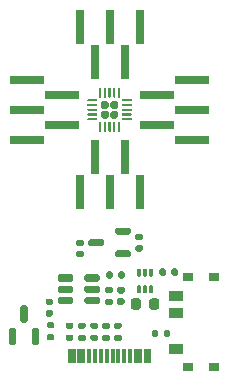
<source format=gtp>
G04 #@! TF.GenerationSoftware,KiCad,Pcbnew,8.0.9-8.0.9-0~ubuntu20.04.1*
G04 #@! TF.CreationDate,2025-06-13T22:30:39+01:00*
G04 #@! TF.ProjectId,ch32-breakout,63683332-2d62-4726-9561-6b6f75742e6b,rev?*
G04 #@! TF.SameCoordinates,Original*
G04 #@! TF.FileFunction,Paste,Top*
G04 #@! TF.FilePolarity,Positive*
%FSLAX46Y46*%
G04 Gerber Fmt 4.6, Leading zero omitted, Abs format (unit mm)*
G04 Created by KiCad (PCBNEW 8.0.9-8.0.9-0~ubuntu20.04.1) date 2025-06-13 22:30:39*
%MOMM*%
%LPD*%
G01*
G04 APERTURE LIST*
%ADD10R,3.000000X0.650000*%
%ADD11R,0.650000X3.000000*%
%ADD12R,1.200000X0.900000*%
%ADD13R,0.900000X0.800000*%
%ADD14R,0.300000X1.150000*%
G04 APERTURE END LIST*
D10*
X82000000Y-66960000D03*
X85000000Y-68230000D03*
X82000000Y-69500000D03*
X85000000Y-70770000D03*
X82000000Y-72040000D03*
G36*
G01*
X89515000Y-87520000D02*
X89885000Y-87520000D01*
G75*
G02*
X90020000Y-87655000I0J-135000D01*
G01*
X90020000Y-87925000D01*
G75*
G02*
X89885000Y-88060000I-135000J0D01*
G01*
X89515000Y-88060000D01*
G75*
G02*
X89380000Y-87925000I0J135000D01*
G01*
X89380000Y-87655000D01*
G75*
G02*
X89515000Y-87520000I135000J0D01*
G01*
G37*
G36*
G01*
X89515000Y-88540000D02*
X89885000Y-88540000D01*
G75*
G02*
X90020000Y-88675000I0J-135000D01*
G01*
X90020000Y-88945000D01*
G75*
G02*
X89885000Y-89080000I-135000J0D01*
G01*
X89515000Y-89080000D01*
G75*
G02*
X89380000Y-88945000I0J135000D01*
G01*
X89380000Y-88675000D01*
G75*
G02*
X89515000Y-88540000I135000J0D01*
G01*
G37*
G36*
G01*
X91670000Y-81510000D02*
X91330000Y-81510000D01*
G75*
G02*
X91190000Y-81370000I0J140000D01*
G01*
X91190000Y-81090000D01*
G75*
G02*
X91330000Y-80950000I140000J0D01*
G01*
X91670000Y-80950000D01*
G75*
G02*
X91810000Y-81090000I0J-140000D01*
G01*
X91810000Y-81370000D01*
G75*
G02*
X91670000Y-81510000I-140000J0D01*
G01*
G37*
G36*
G01*
X91670000Y-80550000D02*
X91330000Y-80550000D01*
G75*
G02*
X91190000Y-80410000I0J140000D01*
G01*
X91190000Y-80130000D01*
G75*
G02*
X91330000Y-79990000I140000J0D01*
G01*
X91670000Y-79990000D01*
G75*
G02*
X91810000Y-80130000I0J-140000D01*
G01*
X91810000Y-80410000D01*
G75*
G02*
X91670000Y-80550000I-140000J0D01*
G01*
G37*
D11*
X86460000Y-76500000D03*
X87730000Y-73500000D03*
X89000000Y-76500000D03*
X90270000Y-73500000D03*
X91540000Y-76500000D03*
G36*
G01*
X86465000Y-87520000D02*
X86835000Y-87520000D01*
G75*
G02*
X86970000Y-87655000I0J-135000D01*
G01*
X86970000Y-87925000D01*
G75*
G02*
X86835000Y-88060000I-135000J0D01*
G01*
X86465000Y-88060000D01*
G75*
G02*
X86330000Y-87925000I0J135000D01*
G01*
X86330000Y-87655000D01*
G75*
G02*
X86465000Y-87520000I135000J0D01*
G01*
G37*
G36*
G01*
X86465000Y-88540000D02*
X86835000Y-88540000D01*
G75*
G02*
X86970000Y-88675000I0J-135000D01*
G01*
X86970000Y-88945000D01*
G75*
G02*
X86835000Y-89080000I-135000J0D01*
G01*
X86465000Y-89080000D01*
G75*
G02*
X86330000Y-88945000I0J135000D01*
G01*
X86330000Y-88675000D01*
G75*
G02*
X86465000Y-88540000I135000J0D01*
G01*
G37*
G36*
G01*
X83730000Y-85490000D02*
X84070000Y-85490000D01*
G75*
G02*
X84210000Y-85630000I0J-140000D01*
G01*
X84210000Y-85910000D01*
G75*
G02*
X84070000Y-86050000I-140000J0D01*
G01*
X83730000Y-86050000D01*
G75*
G02*
X83590000Y-85910000I0J140000D01*
G01*
X83590000Y-85630000D01*
G75*
G02*
X83730000Y-85490000I140000J0D01*
G01*
G37*
G36*
G01*
X83730000Y-86450000D02*
X84070000Y-86450000D01*
G75*
G02*
X84210000Y-86590000I0J-140000D01*
G01*
X84210000Y-86870000D01*
G75*
G02*
X84070000Y-87010000I-140000J0D01*
G01*
X83730000Y-87010000D01*
G75*
G02*
X83590000Y-86870000I0J140000D01*
G01*
X83590000Y-86590000D01*
G75*
G02*
X83730000Y-86450000I140000J0D01*
G01*
G37*
G36*
G01*
X80950000Y-89425000D02*
X80650000Y-89425000D01*
G75*
G02*
X80500000Y-89275000I0J150000D01*
G01*
X80500000Y-88100000D01*
G75*
G02*
X80650000Y-87950000I150000J0D01*
G01*
X80950000Y-87950000D01*
G75*
G02*
X81100000Y-88100000I0J-150000D01*
G01*
X81100000Y-89275000D01*
G75*
G02*
X80950000Y-89425000I-150000J0D01*
G01*
G37*
G36*
G01*
X82850000Y-89425000D02*
X82550000Y-89425000D01*
G75*
G02*
X82400000Y-89275000I0J150000D01*
G01*
X82400000Y-88100000D01*
G75*
G02*
X82550000Y-87950000I150000J0D01*
G01*
X82850000Y-87950000D01*
G75*
G02*
X83000000Y-88100000I0J-150000D01*
G01*
X83000000Y-89275000D01*
G75*
G02*
X82850000Y-89425000I-150000J0D01*
G01*
G37*
G36*
G01*
X81900000Y-87550000D02*
X81600000Y-87550000D01*
G75*
G02*
X81450000Y-87400000I0J150000D01*
G01*
X81450000Y-86225000D01*
G75*
G02*
X81600000Y-86075000I150000J0D01*
G01*
X81900000Y-86075000D01*
G75*
G02*
X82050000Y-86225000I0J-150000D01*
G01*
X82050000Y-87400000D01*
G75*
G02*
X81900000Y-87550000I-150000J0D01*
G01*
G37*
G36*
G01*
X88720000Y-83685000D02*
X88720000Y-83315000D01*
G75*
G02*
X88855000Y-83180000I135000J0D01*
G01*
X89125000Y-83180000D01*
G75*
G02*
X89260000Y-83315000I0J-135000D01*
G01*
X89260000Y-83685000D01*
G75*
G02*
X89125000Y-83820000I-135000J0D01*
G01*
X88855000Y-83820000D01*
G75*
G02*
X88720000Y-83685000I0J135000D01*
G01*
G37*
G36*
G01*
X89740000Y-83685000D02*
X89740000Y-83315000D01*
G75*
G02*
X89875000Y-83180000I135000J0D01*
G01*
X90145000Y-83180000D01*
G75*
G02*
X90280000Y-83315000I0J-135000D01*
G01*
X90280000Y-83685000D01*
G75*
G02*
X90145000Y-83820000I-135000J0D01*
G01*
X89875000Y-83820000D01*
G75*
G02*
X89740000Y-83685000I0J135000D01*
G01*
G37*
G36*
G01*
X89777500Y-84470000D02*
X90122500Y-84470000D01*
G75*
G02*
X90270000Y-84617500I0J-147500D01*
G01*
X90270000Y-84912500D01*
G75*
G02*
X90122500Y-85060000I-147500J0D01*
G01*
X89777500Y-85060000D01*
G75*
G02*
X89630000Y-84912500I0J147500D01*
G01*
X89630000Y-84617500D01*
G75*
G02*
X89777500Y-84470000I147500J0D01*
G01*
G37*
G36*
G01*
X89777500Y-85440000D02*
X90122500Y-85440000D01*
G75*
G02*
X90270000Y-85587500I0J-147500D01*
G01*
X90270000Y-85882500D01*
G75*
G02*
X90122500Y-86030000I-147500J0D01*
G01*
X89777500Y-86030000D01*
G75*
G02*
X89630000Y-85882500I0J147500D01*
G01*
X89630000Y-85587500D01*
G75*
G02*
X89777500Y-85440000I147500J0D01*
G01*
G37*
G36*
G01*
X90775000Y-86206250D02*
X90775000Y-85693750D01*
G75*
G02*
X90993750Y-85475000I218750J0D01*
G01*
X91431250Y-85475000D01*
G75*
G02*
X91650000Y-85693750I0J-218750D01*
G01*
X91650000Y-86206250D01*
G75*
G02*
X91431250Y-86425000I-218750J0D01*
G01*
X90993750Y-86425000D01*
G75*
G02*
X90775000Y-86206250I0J218750D01*
G01*
G37*
G36*
G01*
X92350000Y-86206250D02*
X92350000Y-85693750D01*
G75*
G02*
X92568750Y-85475000I218750J0D01*
G01*
X93006250Y-85475000D01*
G75*
G02*
X93225000Y-85693750I0J-218750D01*
G01*
X93225000Y-86206250D01*
G75*
G02*
X93006250Y-86425000I-218750J0D01*
G01*
X92568750Y-86425000D01*
G75*
G02*
X92350000Y-86206250I0J218750D01*
G01*
G37*
G36*
G01*
X93220000Y-83435000D02*
X93220000Y-83065000D01*
G75*
G02*
X93355000Y-82930000I135000J0D01*
G01*
X93625000Y-82930000D01*
G75*
G02*
X93760000Y-83065000I0J-135000D01*
G01*
X93760000Y-83435000D01*
G75*
G02*
X93625000Y-83570000I-135000J0D01*
G01*
X93355000Y-83570000D01*
G75*
G02*
X93220000Y-83435000I0J135000D01*
G01*
G37*
G36*
G01*
X94240000Y-83435000D02*
X94240000Y-83065000D01*
G75*
G02*
X94375000Y-82930000I135000J0D01*
G01*
X94645000Y-82930000D01*
G75*
G02*
X94780000Y-83065000I0J-135000D01*
G01*
X94780000Y-83435000D01*
G75*
G02*
X94645000Y-83570000I-135000J0D01*
G01*
X94375000Y-83570000D01*
G75*
G02*
X94240000Y-83435000I0J135000D01*
G01*
G37*
G36*
G01*
X90800000Y-81550000D02*
X90800000Y-81850000D01*
G75*
G02*
X90650000Y-82000000I-150000J0D01*
G01*
X89625000Y-82000000D01*
G75*
G02*
X89475000Y-81850000I0J150000D01*
G01*
X89475000Y-81550000D01*
G75*
G02*
X89625000Y-81400000I150000J0D01*
G01*
X90650000Y-81400000D01*
G75*
G02*
X90800000Y-81550000I0J-150000D01*
G01*
G37*
G36*
G01*
X90800000Y-79650000D02*
X90800000Y-79950000D01*
G75*
G02*
X90650000Y-80100000I-150000J0D01*
G01*
X89625000Y-80100000D01*
G75*
G02*
X89475000Y-79950000I0J150000D01*
G01*
X89475000Y-79650000D01*
G75*
G02*
X89625000Y-79500000I150000J0D01*
G01*
X90650000Y-79500000D01*
G75*
G02*
X90800000Y-79650000I0J-150000D01*
G01*
G37*
G36*
G01*
X88525000Y-80600000D02*
X88525000Y-80900000D01*
G75*
G02*
X88375000Y-81050000I-150000J0D01*
G01*
X87350000Y-81050000D01*
G75*
G02*
X87200000Y-80900000I0J150000D01*
G01*
X87200000Y-80600000D01*
G75*
G02*
X87350000Y-80450000I150000J0D01*
G01*
X88375000Y-80450000D01*
G75*
G02*
X88525000Y-80600000I0J-150000D01*
G01*
G37*
G36*
G01*
X83815000Y-87470000D02*
X84185000Y-87470000D01*
G75*
G02*
X84320000Y-87605000I0J-135000D01*
G01*
X84320000Y-87875000D01*
G75*
G02*
X84185000Y-88010000I-135000J0D01*
G01*
X83815000Y-88010000D01*
G75*
G02*
X83680000Y-87875000I0J135000D01*
G01*
X83680000Y-87605000D01*
G75*
G02*
X83815000Y-87470000I135000J0D01*
G01*
G37*
G36*
G01*
X83815000Y-88490000D02*
X84185000Y-88490000D01*
G75*
G02*
X84320000Y-88625000I0J-135000D01*
G01*
X84320000Y-88895000D01*
G75*
G02*
X84185000Y-89030000I-135000J0D01*
G01*
X83815000Y-89030000D01*
G75*
G02*
X83680000Y-88895000I0J135000D01*
G01*
X83680000Y-88625000D01*
G75*
G02*
X83815000Y-88490000I135000J0D01*
G01*
G37*
D10*
X96000000Y-72040000D03*
X93000000Y-70770000D03*
X96000000Y-69500000D03*
X93000000Y-68230000D03*
X96000000Y-66960000D03*
D12*
X94600000Y-89750000D03*
X94600000Y-86750000D03*
X94600000Y-85250000D03*
D13*
X95650000Y-83700000D03*
X95650000Y-91300000D03*
X97850000Y-91300000D03*
X97850000Y-83700000D03*
D11*
X91540000Y-62500000D03*
X90270000Y-65500000D03*
X89000000Y-62500000D03*
X87730000Y-65500000D03*
X86460000Y-62500000D03*
G36*
G01*
X86670000Y-82010000D02*
X86330000Y-82010000D01*
G75*
G02*
X86190000Y-81870000I0J140000D01*
G01*
X86190000Y-81590000D01*
G75*
G02*
X86330000Y-81450000I140000J0D01*
G01*
X86670000Y-81450000D01*
G75*
G02*
X86810000Y-81590000I0J-140000D01*
G01*
X86810000Y-81870000D01*
G75*
G02*
X86670000Y-82010000I-140000J0D01*
G01*
G37*
G36*
G01*
X86670000Y-81050000D02*
X86330000Y-81050000D01*
G75*
G02*
X86190000Y-80910000I0J140000D01*
G01*
X86190000Y-80630000D01*
G75*
G02*
X86330000Y-80490000I140000J0D01*
G01*
X86670000Y-80490000D01*
G75*
G02*
X86810000Y-80630000I0J-140000D01*
G01*
X86810000Y-80910000D01*
G75*
G02*
X86670000Y-81050000I-140000J0D01*
G01*
G37*
G36*
G01*
X87515000Y-87520000D02*
X87885000Y-87520000D01*
G75*
G02*
X88020000Y-87655000I0J-135000D01*
G01*
X88020000Y-87925000D01*
G75*
G02*
X87885000Y-88060000I-135000J0D01*
G01*
X87515000Y-88060000D01*
G75*
G02*
X87380000Y-87925000I0J135000D01*
G01*
X87380000Y-87655000D01*
G75*
G02*
X87515000Y-87520000I135000J0D01*
G01*
G37*
G36*
G01*
X87515000Y-88540000D02*
X87885000Y-88540000D01*
G75*
G02*
X88020000Y-88675000I0J-135000D01*
G01*
X88020000Y-88945000D01*
G75*
G02*
X87885000Y-89080000I-135000J0D01*
G01*
X87515000Y-89080000D01*
G75*
G02*
X87380000Y-88945000I0J135000D01*
G01*
X87380000Y-88675000D01*
G75*
G02*
X87515000Y-88540000I135000J0D01*
G01*
G37*
G36*
G01*
X88255000Y-69257500D02*
X88255000Y-68922500D01*
G75*
G02*
X88422500Y-68755000I167500J0D01*
G01*
X88757500Y-68755000D01*
G75*
G02*
X88925000Y-68922500I0J-167500D01*
G01*
X88925000Y-69257500D01*
G75*
G02*
X88757500Y-69425000I-167500J0D01*
G01*
X88422500Y-69425000D01*
G75*
G02*
X88255000Y-69257500I0J167500D01*
G01*
G37*
G36*
G01*
X88255000Y-70077500D02*
X88255000Y-69742500D01*
G75*
G02*
X88422500Y-69575000I167500J0D01*
G01*
X88757500Y-69575000D01*
G75*
G02*
X88925000Y-69742500I0J-167500D01*
G01*
X88925000Y-70077500D01*
G75*
G02*
X88757500Y-70245000I-167500J0D01*
G01*
X88422500Y-70245000D01*
G75*
G02*
X88255000Y-70077500I0J167500D01*
G01*
G37*
G36*
G01*
X89075000Y-69257500D02*
X89075000Y-68922500D01*
G75*
G02*
X89242500Y-68755000I167500J0D01*
G01*
X89577500Y-68755000D01*
G75*
G02*
X89745000Y-68922500I0J-167500D01*
G01*
X89745000Y-69257500D01*
G75*
G02*
X89577500Y-69425000I-167500J0D01*
G01*
X89242500Y-69425000D01*
G75*
G02*
X89075000Y-69257500I0J167500D01*
G01*
G37*
G36*
G01*
X89075000Y-70077500D02*
X89075000Y-69742500D01*
G75*
G02*
X89242500Y-69575000I167500J0D01*
G01*
X89577500Y-69575000D01*
G75*
G02*
X89745000Y-69742500I0J-167500D01*
G01*
X89745000Y-70077500D01*
G75*
G02*
X89577500Y-70245000I-167500J0D01*
G01*
X89242500Y-70245000D01*
G75*
G02*
X89075000Y-70077500I0J167500D01*
G01*
G37*
G36*
G01*
X87125000Y-68750000D02*
X87125000Y-68650000D01*
G75*
G02*
X87175000Y-68600000I50000J0D01*
G01*
X87925000Y-68600000D01*
G75*
G02*
X87975000Y-68650000I0J-50000D01*
G01*
X87975000Y-68750000D01*
G75*
G02*
X87925000Y-68800000I-50000J0D01*
G01*
X87175000Y-68800000D01*
G75*
G02*
X87125000Y-68750000I0J50000D01*
G01*
G37*
G36*
G01*
X87125000Y-69150000D02*
X87125000Y-69050000D01*
G75*
G02*
X87175000Y-69000000I50000J0D01*
G01*
X87925000Y-69000000D01*
G75*
G02*
X87975000Y-69050000I0J-50000D01*
G01*
X87975000Y-69150000D01*
G75*
G02*
X87925000Y-69200000I-50000J0D01*
G01*
X87175000Y-69200000D01*
G75*
G02*
X87125000Y-69150000I0J50000D01*
G01*
G37*
G36*
G01*
X87125000Y-69550000D02*
X87125000Y-69450000D01*
G75*
G02*
X87175000Y-69400000I50000J0D01*
G01*
X87925000Y-69400000D01*
G75*
G02*
X87975000Y-69450000I0J-50000D01*
G01*
X87975000Y-69550000D01*
G75*
G02*
X87925000Y-69600000I-50000J0D01*
G01*
X87175000Y-69600000D01*
G75*
G02*
X87125000Y-69550000I0J50000D01*
G01*
G37*
G36*
G01*
X87125000Y-69950000D02*
X87125000Y-69850000D01*
G75*
G02*
X87175000Y-69800000I50000J0D01*
G01*
X87925000Y-69800000D01*
G75*
G02*
X87975000Y-69850000I0J-50000D01*
G01*
X87975000Y-69950000D01*
G75*
G02*
X87925000Y-70000000I-50000J0D01*
G01*
X87175000Y-70000000D01*
G75*
G02*
X87125000Y-69950000I0J50000D01*
G01*
G37*
G36*
G01*
X87125000Y-70350000D02*
X87125000Y-70250000D01*
G75*
G02*
X87175000Y-70200000I50000J0D01*
G01*
X87925000Y-70200000D01*
G75*
G02*
X87975000Y-70250000I0J-50000D01*
G01*
X87975000Y-70350000D01*
G75*
G02*
X87925000Y-70400000I-50000J0D01*
G01*
X87175000Y-70400000D01*
G75*
G02*
X87125000Y-70350000I0J50000D01*
G01*
G37*
G36*
G01*
X88100000Y-71325000D02*
X88100000Y-70575000D01*
G75*
G02*
X88150000Y-70525000I50000J0D01*
G01*
X88250000Y-70525000D01*
G75*
G02*
X88300000Y-70575000I0J-50000D01*
G01*
X88300000Y-71325000D01*
G75*
G02*
X88250000Y-71375000I-50000J0D01*
G01*
X88150000Y-71375000D01*
G75*
G02*
X88100000Y-71325000I0J50000D01*
G01*
G37*
G36*
G01*
X88500000Y-71325000D02*
X88500000Y-70575000D01*
G75*
G02*
X88550000Y-70525000I50000J0D01*
G01*
X88650000Y-70525000D01*
G75*
G02*
X88700000Y-70575000I0J-50000D01*
G01*
X88700000Y-71325000D01*
G75*
G02*
X88650000Y-71375000I-50000J0D01*
G01*
X88550000Y-71375000D01*
G75*
G02*
X88500000Y-71325000I0J50000D01*
G01*
G37*
G36*
G01*
X88900000Y-71325000D02*
X88900000Y-70575000D01*
G75*
G02*
X88950000Y-70525000I50000J0D01*
G01*
X89050000Y-70525000D01*
G75*
G02*
X89100000Y-70575000I0J-50000D01*
G01*
X89100000Y-71325000D01*
G75*
G02*
X89050000Y-71375000I-50000J0D01*
G01*
X88950000Y-71375000D01*
G75*
G02*
X88900000Y-71325000I0J50000D01*
G01*
G37*
G36*
G01*
X89300000Y-71325000D02*
X89300000Y-70575000D01*
G75*
G02*
X89350000Y-70525000I50000J0D01*
G01*
X89450000Y-70525000D01*
G75*
G02*
X89500000Y-70575000I0J-50000D01*
G01*
X89500000Y-71325000D01*
G75*
G02*
X89450000Y-71375000I-50000J0D01*
G01*
X89350000Y-71375000D01*
G75*
G02*
X89300000Y-71325000I0J50000D01*
G01*
G37*
G36*
G01*
X89700000Y-71325000D02*
X89700000Y-70575000D01*
G75*
G02*
X89750000Y-70525000I50000J0D01*
G01*
X89850000Y-70525000D01*
G75*
G02*
X89900000Y-70575000I0J-50000D01*
G01*
X89900000Y-71325000D01*
G75*
G02*
X89850000Y-71375000I-50000J0D01*
G01*
X89750000Y-71375000D01*
G75*
G02*
X89700000Y-71325000I0J50000D01*
G01*
G37*
G36*
G01*
X90025000Y-70350000D02*
X90025000Y-70250000D01*
G75*
G02*
X90075000Y-70200000I50000J0D01*
G01*
X90825000Y-70200000D01*
G75*
G02*
X90875000Y-70250000I0J-50000D01*
G01*
X90875000Y-70350000D01*
G75*
G02*
X90825000Y-70400000I-50000J0D01*
G01*
X90075000Y-70400000D01*
G75*
G02*
X90025000Y-70350000I0J50000D01*
G01*
G37*
G36*
G01*
X90025000Y-69950000D02*
X90025000Y-69850000D01*
G75*
G02*
X90075000Y-69800000I50000J0D01*
G01*
X90825000Y-69800000D01*
G75*
G02*
X90875000Y-69850000I0J-50000D01*
G01*
X90875000Y-69950000D01*
G75*
G02*
X90825000Y-70000000I-50000J0D01*
G01*
X90075000Y-70000000D01*
G75*
G02*
X90025000Y-69950000I0J50000D01*
G01*
G37*
G36*
G01*
X90025000Y-69550000D02*
X90025000Y-69450000D01*
G75*
G02*
X90075000Y-69400000I50000J0D01*
G01*
X90825000Y-69400000D01*
G75*
G02*
X90875000Y-69450000I0J-50000D01*
G01*
X90875000Y-69550000D01*
G75*
G02*
X90825000Y-69600000I-50000J0D01*
G01*
X90075000Y-69600000D01*
G75*
G02*
X90025000Y-69550000I0J50000D01*
G01*
G37*
G36*
G01*
X90025000Y-69150000D02*
X90025000Y-69050000D01*
G75*
G02*
X90075000Y-69000000I50000J0D01*
G01*
X90825000Y-69000000D01*
G75*
G02*
X90875000Y-69050000I0J-50000D01*
G01*
X90875000Y-69150000D01*
G75*
G02*
X90825000Y-69200000I-50000J0D01*
G01*
X90075000Y-69200000D01*
G75*
G02*
X90025000Y-69150000I0J50000D01*
G01*
G37*
G36*
G01*
X90025000Y-68750000D02*
X90025000Y-68650000D01*
G75*
G02*
X90075000Y-68600000I50000J0D01*
G01*
X90825000Y-68600000D01*
G75*
G02*
X90875000Y-68650000I0J-50000D01*
G01*
X90875000Y-68750000D01*
G75*
G02*
X90825000Y-68800000I-50000J0D01*
G01*
X90075000Y-68800000D01*
G75*
G02*
X90025000Y-68750000I0J50000D01*
G01*
G37*
G36*
G01*
X89700000Y-68425000D02*
X89700000Y-67675000D01*
G75*
G02*
X89750000Y-67625000I50000J0D01*
G01*
X89850000Y-67625000D01*
G75*
G02*
X89900000Y-67675000I0J-50000D01*
G01*
X89900000Y-68425000D01*
G75*
G02*
X89850000Y-68475000I-50000J0D01*
G01*
X89750000Y-68475000D01*
G75*
G02*
X89700000Y-68425000I0J50000D01*
G01*
G37*
G36*
G01*
X89300000Y-68425000D02*
X89300000Y-67675000D01*
G75*
G02*
X89350000Y-67625000I50000J0D01*
G01*
X89450000Y-67625000D01*
G75*
G02*
X89500000Y-67675000I0J-50000D01*
G01*
X89500000Y-68425000D01*
G75*
G02*
X89450000Y-68475000I-50000J0D01*
G01*
X89350000Y-68475000D01*
G75*
G02*
X89300000Y-68425000I0J50000D01*
G01*
G37*
G36*
G01*
X88900000Y-68425000D02*
X88900000Y-67675000D01*
G75*
G02*
X88950000Y-67625000I50000J0D01*
G01*
X89050000Y-67625000D01*
G75*
G02*
X89100000Y-67675000I0J-50000D01*
G01*
X89100000Y-68425000D01*
G75*
G02*
X89050000Y-68475000I-50000J0D01*
G01*
X88950000Y-68475000D01*
G75*
G02*
X88900000Y-68425000I0J50000D01*
G01*
G37*
G36*
G01*
X88500000Y-68425000D02*
X88500000Y-67675000D01*
G75*
G02*
X88550000Y-67625000I50000J0D01*
G01*
X88650000Y-67625000D01*
G75*
G02*
X88700000Y-67675000I0J-50000D01*
G01*
X88700000Y-68425000D01*
G75*
G02*
X88650000Y-68475000I-50000J0D01*
G01*
X88550000Y-68475000D01*
G75*
G02*
X88500000Y-68425000I0J50000D01*
G01*
G37*
G36*
G01*
X88100000Y-68425000D02*
X88100000Y-67675000D01*
G75*
G02*
X88150000Y-67625000I50000J0D01*
G01*
X88250000Y-67625000D01*
G75*
G02*
X88300000Y-67675000I0J-50000D01*
G01*
X88300000Y-68425000D01*
G75*
G02*
X88250000Y-68475000I-50000J0D01*
G01*
X88150000Y-68475000D01*
G75*
G02*
X88100000Y-68425000I0J50000D01*
G01*
G37*
G36*
G01*
X92570000Y-88635000D02*
X92570000Y-88265000D01*
G75*
G02*
X92705000Y-88130000I135000J0D01*
G01*
X92975000Y-88130000D01*
G75*
G02*
X93110000Y-88265000I0J-135000D01*
G01*
X93110000Y-88635000D01*
G75*
G02*
X92975000Y-88770000I-135000J0D01*
G01*
X92705000Y-88770000D01*
G75*
G02*
X92570000Y-88635000I0J135000D01*
G01*
G37*
G36*
G01*
X93590000Y-88635000D02*
X93590000Y-88265000D01*
G75*
G02*
X93725000Y-88130000I135000J0D01*
G01*
X93995000Y-88130000D01*
G75*
G02*
X94130000Y-88265000I0J-135000D01*
G01*
X94130000Y-88635000D01*
G75*
G02*
X93995000Y-88770000I-135000J0D01*
G01*
X93725000Y-88770000D01*
G75*
G02*
X93590000Y-88635000I0J135000D01*
G01*
G37*
G36*
G01*
X91587500Y-85050000D02*
X91412500Y-85050000D01*
G75*
G02*
X91325000Y-84962500I0J87500D01*
G01*
X91325000Y-84462500D01*
G75*
G02*
X91412500Y-84375000I87500J0D01*
G01*
X91587500Y-84375000D01*
G75*
G02*
X91675000Y-84462500I0J-87500D01*
G01*
X91675000Y-84962500D01*
G75*
G02*
X91587500Y-85050000I-87500J0D01*
G01*
G37*
G36*
G01*
X92087500Y-85050000D02*
X91912500Y-85050000D01*
G75*
G02*
X91825000Y-84962500I0J87500D01*
G01*
X91825000Y-84462500D01*
G75*
G02*
X91912500Y-84375000I87500J0D01*
G01*
X92087500Y-84375000D01*
G75*
G02*
X92175000Y-84462500I0J-87500D01*
G01*
X92175000Y-84962500D01*
G75*
G02*
X92087500Y-85050000I-87500J0D01*
G01*
G37*
G36*
G01*
X92587500Y-85050000D02*
X92412500Y-85050000D01*
G75*
G02*
X92325000Y-84962500I0J87500D01*
G01*
X92325000Y-84462500D01*
G75*
G02*
X92412500Y-84375000I87500J0D01*
G01*
X92587500Y-84375000D01*
G75*
G02*
X92675000Y-84462500I0J-87500D01*
G01*
X92675000Y-84962500D01*
G75*
G02*
X92587500Y-85050000I-87500J0D01*
G01*
G37*
G36*
G01*
X92587500Y-83625000D02*
X92412500Y-83625000D01*
G75*
G02*
X92325000Y-83537500I0J87500D01*
G01*
X92325000Y-83037500D01*
G75*
G02*
X92412500Y-82950000I87500J0D01*
G01*
X92587500Y-82950000D01*
G75*
G02*
X92675000Y-83037500I0J-87500D01*
G01*
X92675000Y-83537500D01*
G75*
G02*
X92587500Y-83625000I-87500J0D01*
G01*
G37*
G36*
G01*
X92087500Y-83625000D02*
X91912500Y-83625000D01*
G75*
G02*
X91825000Y-83537500I0J87500D01*
G01*
X91825000Y-83037500D01*
G75*
G02*
X91912500Y-82950000I87500J0D01*
G01*
X92087500Y-82950000D01*
G75*
G02*
X92175000Y-83037500I0J-87500D01*
G01*
X92175000Y-83537500D01*
G75*
G02*
X92087500Y-83625000I-87500J0D01*
G01*
G37*
G36*
G01*
X91587500Y-83625000D02*
X91412500Y-83625000D01*
G75*
G02*
X91325000Y-83537500I0J87500D01*
G01*
X91325000Y-83037500D01*
G75*
G02*
X91412500Y-82950000I87500J0D01*
G01*
X91587500Y-82950000D01*
G75*
G02*
X91675000Y-83037500I0J-87500D01*
G01*
X91675000Y-83537500D01*
G75*
G02*
X91587500Y-83625000I-87500J0D01*
G01*
G37*
D14*
X85650000Y-90330000D03*
X86450000Y-90330000D03*
X87750000Y-90330000D03*
X88750000Y-90330000D03*
X89250000Y-90330000D03*
X90250000Y-90330000D03*
X91550000Y-90330000D03*
X92350000Y-90330000D03*
X92050000Y-90330000D03*
X91250000Y-90330000D03*
X90750000Y-90330000D03*
X89750000Y-90330000D03*
X88250000Y-90330000D03*
X87250000Y-90330000D03*
X86750000Y-90330000D03*
X85950000Y-90330000D03*
G36*
G01*
X85415000Y-87520000D02*
X85785000Y-87520000D01*
G75*
G02*
X85920000Y-87655000I0J-135000D01*
G01*
X85920000Y-87925000D01*
G75*
G02*
X85785000Y-88060000I-135000J0D01*
G01*
X85415000Y-88060000D01*
G75*
G02*
X85280000Y-87925000I0J135000D01*
G01*
X85280000Y-87655000D01*
G75*
G02*
X85415000Y-87520000I135000J0D01*
G01*
G37*
G36*
G01*
X85415000Y-88540000D02*
X85785000Y-88540000D01*
G75*
G02*
X85920000Y-88675000I0J-135000D01*
G01*
X85920000Y-88945000D01*
G75*
G02*
X85785000Y-89080000I-135000J0D01*
G01*
X85415000Y-89080000D01*
G75*
G02*
X85280000Y-88945000I0J135000D01*
G01*
X85280000Y-88675000D01*
G75*
G02*
X85415000Y-88540000I135000J0D01*
G01*
G37*
G36*
G01*
X88515000Y-87520000D02*
X88885000Y-87520000D01*
G75*
G02*
X89020000Y-87655000I0J-135000D01*
G01*
X89020000Y-87925000D01*
G75*
G02*
X88885000Y-88060000I-135000J0D01*
G01*
X88515000Y-88060000D01*
G75*
G02*
X88380000Y-87925000I0J135000D01*
G01*
X88380000Y-87655000D01*
G75*
G02*
X88515000Y-87520000I135000J0D01*
G01*
G37*
G36*
G01*
X88515000Y-88540000D02*
X88885000Y-88540000D01*
G75*
G02*
X89020000Y-88675000I0J-135000D01*
G01*
X89020000Y-88945000D01*
G75*
G02*
X88885000Y-89080000I-135000J0D01*
G01*
X88515000Y-89080000D01*
G75*
G02*
X88380000Y-88945000I0J135000D01*
G01*
X88380000Y-88675000D01*
G75*
G02*
X88515000Y-88540000I135000J0D01*
G01*
G37*
G36*
G01*
X88765000Y-84470000D02*
X89135000Y-84470000D01*
G75*
G02*
X89270000Y-84605000I0J-135000D01*
G01*
X89270000Y-84875000D01*
G75*
G02*
X89135000Y-85010000I-135000J0D01*
G01*
X88765000Y-85010000D01*
G75*
G02*
X88630000Y-84875000I0J135000D01*
G01*
X88630000Y-84605000D01*
G75*
G02*
X88765000Y-84470000I135000J0D01*
G01*
G37*
G36*
G01*
X88765000Y-85490000D02*
X89135000Y-85490000D01*
G75*
G02*
X89270000Y-85625000I0J-135000D01*
G01*
X89270000Y-85895000D01*
G75*
G02*
X89135000Y-86030000I-135000J0D01*
G01*
X88765000Y-86030000D01*
G75*
G02*
X88630000Y-85895000I0J135000D01*
G01*
X88630000Y-85625000D01*
G75*
G02*
X88765000Y-85490000I135000J0D01*
G01*
G37*
G36*
G01*
X84600000Y-83900000D02*
X84600000Y-83600000D01*
G75*
G02*
X84750000Y-83450000I150000J0D01*
G01*
X85775000Y-83450000D01*
G75*
G02*
X85925000Y-83600000I0J-150000D01*
G01*
X85925000Y-83900000D01*
G75*
G02*
X85775000Y-84050000I-150000J0D01*
G01*
X84750000Y-84050000D01*
G75*
G02*
X84600000Y-83900000I0J150000D01*
G01*
G37*
G36*
G01*
X84600000Y-84850000D02*
X84600000Y-84550000D01*
G75*
G02*
X84750000Y-84400000I150000J0D01*
G01*
X85775000Y-84400000D01*
G75*
G02*
X85925000Y-84550000I0J-150000D01*
G01*
X85925000Y-84850000D01*
G75*
G02*
X85775000Y-85000000I-150000J0D01*
G01*
X84750000Y-85000000D01*
G75*
G02*
X84600000Y-84850000I0J150000D01*
G01*
G37*
G36*
G01*
X84600000Y-85800000D02*
X84600000Y-85500000D01*
G75*
G02*
X84750000Y-85350000I150000J0D01*
G01*
X85775000Y-85350000D01*
G75*
G02*
X85925000Y-85500000I0J-150000D01*
G01*
X85925000Y-85800000D01*
G75*
G02*
X85775000Y-85950000I-150000J0D01*
G01*
X84750000Y-85950000D01*
G75*
G02*
X84600000Y-85800000I0J150000D01*
G01*
G37*
G36*
G01*
X86875000Y-85800000D02*
X86875000Y-85500000D01*
G75*
G02*
X87025000Y-85350000I150000J0D01*
G01*
X88050000Y-85350000D01*
G75*
G02*
X88200000Y-85500000I0J-150000D01*
G01*
X88200000Y-85800000D01*
G75*
G02*
X88050000Y-85950000I-150000J0D01*
G01*
X87025000Y-85950000D01*
G75*
G02*
X86875000Y-85800000I0J150000D01*
G01*
G37*
G36*
G01*
X86875000Y-84850000D02*
X86875000Y-84550000D01*
G75*
G02*
X87025000Y-84400000I150000J0D01*
G01*
X88050000Y-84400000D01*
G75*
G02*
X88200000Y-84550000I0J-150000D01*
G01*
X88200000Y-84850000D01*
G75*
G02*
X88050000Y-85000000I-150000J0D01*
G01*
X87025000Y-85000000D01*
G75*
G02*
X86875000Y-84850000I0J150000D01*
G01*
G37*
G36*
G01*
X86875000Y-83900000D02*
X86875000Y-83600000D01*
G75*
G02*
X87025000Y-83450000I150000J0D01*
G01*
X88050000Y-83450000D01*
G75*
G02*
X88200000Y-83600000I0J-150000D01*
G01*
X88200000Y-83900000D01*
G75*
G02*
X88050000Y-84050000I-150000J0D01*
G01*
X87025000Y-84050000D01*
G75*
G02*
X86875000Y-83900000I0J150000D01*
G01*
G37*
M02*

</source>
